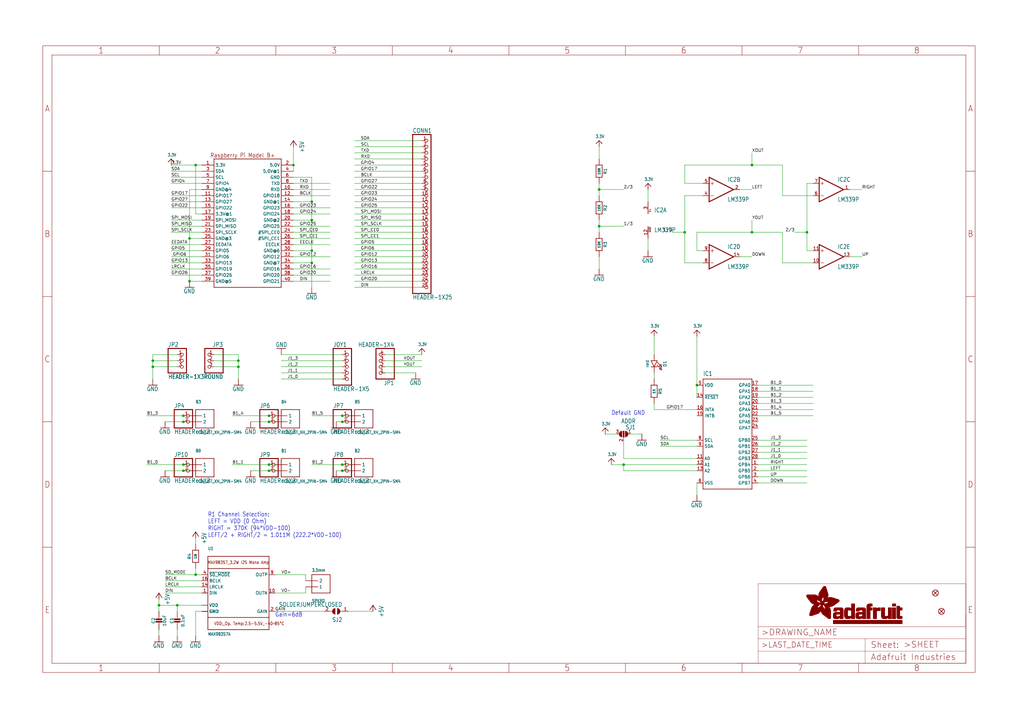
<source format=kicad_sch>
(kicad_sch (version 20211123) (generator eeschema)
  (paper "User" 425.45 299.161)
  (lib_symbols
    (symbol "eagleSchem-eagle-import:+5V" (power)
      (property "Value" "+5V" (at -2.54 -5.08 90))
      (symbol "+5V_1_0"
        (pin power_in line (at 0 -2.54 90) (length 2.54) (name "+5V") (number "1"))
      )
    )
    (symbol "eagleSchem-eagle-import:3.3V" (power)
      (property "Value" "3.3V" (at -1.524 1.016 0))
      (symbol "3.3V_1_0"
        (pin power_in line (at 0 -2.54 90) (length 2.54) (name "3.3V") (number "1"))
      )
    )
    (symbol "eagleSchem-eagle-import:AUDIOAMP_MAX98357"
      (property "Reference" "U" (at -12.7 17.78 0))
      (property "Value" "AUDIOAMP_MAX98357" (at -12.7 -17.78 0))
      (symbol "AUDIOAMP_MAX98357_1_0"
        (text "2.5-5.5V_-40~85°C" (at 2.54 -12.7 0) (effects (font (size 1.27 1.0795)) (justify left)))
        (text "MAX98357_3.2W I2S Mono Amp" (at 0 12.7 0) (effects (font (size 1.27 1.0795))))
        (text "VDD:_Op. Temp:" (at -10.16 -12.7 0) (effects (font (size 1.27 1.0795)) (justify left)))
        (pin bidirectional line (at -15.24 0 0) (length 2.54) (name "DIN") (number "1"))
        (pin output line (at 15.24 0 180) (length 2.54) (name "OUTN") (number "10"))
        (pin power_in line (at -15.24 -7.62 0) (length 2.54) (name "GND") (number "11"))
        (pin bidirectional line (at -15.24 2.54 0) (length 2.54) (name "LRCLK") (number "14"))
        (pin power_in line (at -15.24 -7.62 0) (length 2.54) (name "GND") (number "15"))
        (pin bidirectional line (at -15.24 5.08 0) (length 2.54) (name "BCLK") (number "16"))
        (pin bidirectional line (at 15.24 -7.62 180) (length 2.54) (name "GAIN") (number "2"))
        (pin power_in line (at -15.24 -7.62 0) (length 2.54) (name "GND") (number "3"))
        (pin bidirectional line (at -15.24 7.62 0) (length 2.54) (name "~{SD_MODE}") (number "4"))
        (pin power_in line (at -15.24 -5.08 0) (length 2.54) (name "VDD") (number "7"))
        (pin power_in line (at -15.24 -5.08 0) (length 2.54) (name "VDD") (number "8"))
        (pin output line (at 15.24 7.62 180) (length 2.54) (name "OUTP") (number "9"))
        (pin power_in line (at -15.24 -7.62 0) (length 2.54) (name "GND") (number "THERMAL"))
      )
    )
    (symbol "eagleSchem-eagle-import:CAP_CERAMIC0603_NO"
      (property "Reference" "C" (at -2.29 1.25 90))
      (property "Value" "CAP_CERAMIC0603_NO" (at 2.3 1.25 90))
      (symbol "CAP_CERAMIC0603_NO_1_0"
        (pin passive line (at 0 5.08 270) (length 2.54) (name "1") (number "1"))
        (pin passive line (at 0 -2.54 90) (length 2.54) (name "2") (number "2"))
      )
    )
    (symbol "eagleSchem-eagle-import:CAP_CERAMIC0805-NOOUTLINE"
      (property "Reference" "C" (at -2.29 1.25 90))
      (property "Value" "CAP_CERAMIC0805-NOOUTLINE" (at 2.3 1.25 90))
      (symbol "CAP_CERAMIC0805-NOOUTLINE_1_0"
        (pin passive line (at 0 5.08 270) (length 2.54) (name "1") (number "1"))
        (pin passive line (at 0 -2.54 90) (length 2.54) (name "2") (number "2"))
      )
    )
    (symbol "eagleSchem-eagle-import:CON_JST_XH_2PIN-SM4"
      (property "Reference" "X" (at -2.54 7.62 0))
      (property "Value" "CON_JST_XH_2PIN-SM4" (at -2.54 -5.08 0))
      (symbol "CON_JST_XH_2PIN-SM4_1_0"
        (pin passive line (at -5.08 2.54 0) (length 5.08) (name "1") (number "1"))
        (pin passive line (at -5.08 0 0) (length 5.08) (name "2") (number "2"))
      )
    )
    (symbol "eagleSchem-eagle-import:FIDUCIAL{dblquote}{dblquote}")
    (symbol "eagleSchem-eagle-import:FRAME_A3_ADAFRUIT"
      (symbol "FRAME_A3_ADAFRUIT_0_0"
        (text "1" (at 24.2094 1.905 0) (effects (font (size 2.54 2.286))))
        (text "1" (at 24.2094 258.445 0) (effects (font (size 2.54 2.286))))
        (text "2" (at 72.6281 1.905 0) (effects (font (size 2.54 2.286))))
        (text "2" (at 72.6281 258.445 0) (effects (font (size 2.54 2.286))))
        (text "3" (at 121.0469 1.905 0) (effects (font (size 2.54 2.286))))
        (text "3" (at 121.0469 258.445 0) (effects (font (size 2.54 2.286))))
        (text "4" (at 169.4656 1.905 0) (effects (font (size 2.54 2.286))))
        (text "4" (at 169.4656 258.445 0) (effects (font (size 2.54 2.286))))
        (text "5" (at 217.8844 1.905 0) (effects (font (size 2.54 2.286))))
        (text "5" (at 217.8844 258.445 0) (effects (font (size 2.54 2.286))))
        (text "6" (at 266.3031 1.905 0) (effects (font (size 2.54 2.286))))
        (text "6" (at 266.3031 258.445 0) (effects (font (size 2.54 2.286))))
        (text "7" (at 314.7219 1.905 0) (effects (font (size 2.54 2.286))))
        (text "7" (at 314.7219 258.445 0) (effects (font (size 2.54 2.286))))
        (text "8" (at 363.1406 1.905 0) (effects (font (size 2.54 2.286))))
        (text "8" (at 363.1406 258.445 0) (effects (font (size 2.54 2.286))))
        (text "A" (at 1.905 234.315 0) (effects (font (size 2.54 2.286))))
        (text "A" (at 385.445 234.315 0) (effects (font (size 2.54 2.286))))
        (text "B" (at 1.905 182.245 0) (effects (font (size 2.54 2.286))))
        (text "B" (at 385.445 182.245 0) (effects (font (size 2.54 2.286))))
        (text "C" (at 1.905 130.175 0) (effects (font (size 2.54 2.286))))
        (text "C" (at 385.445 130.175 0) (effects (font (size 2.54 2.286))))
        (text "D" (at 1.905 78.105 0) (effects (font (size 2.54 2.286))))
        (text "D" (at 385.445 78.105 0) (effects (font (size 2.54 2.286))))
        (text "E" (at 1.905 26.035 0) (effects (font (size 2.54 2.286))))
        (text "E" (at 385.445 26.035 0) (effects (font (size 2.54 2.286))))
      )
      (symbol "FRAME_A3_ADAFRUIT_1_0"
        (text ">DRAWING_NAME" (at 298.45 15.24 0) (effects (font (size 2.54 2.54)) (justify left bottom)))
        (text ">LAST_DATE_TIME" (at 298.45 10.16 0) (effects (font (size 2.286 2.286)) (justify left bottom)))
        (text ">SHEET" (at 357.505 10.16 0) (effects (font (size 2.54 2.54)) (justify left bottom)))
        (text "Adafruit Industries" (at 343.916 4.953 0) (effects (font (size 2.54 2.54)) (justify left bottom)))
        (text "Sheet:" (at 343.916 10.033 0) (effects (font (size 2.54 2.54)) (justify left bottom)))
      )
    )
    (symbol "eagleSchem-eagle-import:GND" (power)
      (property "Value" "GND" (at -2.54 -2.54 0))
      (symbol "GND_1_0"
        (pin power_in line (at 0 2.54 270) (length 2.54) (name "GND") (number "1"))
      )
    )
    (symbol "eagleSchem-eagle-import:HEADER-1X2"
      (property "Reference" "JP" (at -6.35 5.715 0))
      (property "Value" "HEADER-1X2" (at -6.35 -5.08 0))
      (symbol "HEADER-1X2_1_0"
        (pin passive inverted (at -2.54 2.54 0) (length 2.54) (name "1") (number "1"))
        (pin passive inverted (at -2.54 0 0) (length 2.54) (name "2") (number "2"))
      )
    )
    (symbol "eagleSchem-eagle-import:HEADER-1X25"
      (property "Reference" "CONN" (at -3.81 33.655 0))
      (property "Value" "HEADER-1X25" (at -3.81 -35.56 0))
      (symbol "HEADER-1X25_1_0"
        (pin passive inverted (at 0 30.48 0) (length 2.54) (name "1") (number "1"))
        (pin passive inverted (at 0 7.62 0) (length 2.54) (name "10") (number "10"))
        (pin passive inverted (at 0 5.08 0) (length 2.54) (name "11") (number "11"))
        (pin passive inverted (at 0 2.54 0) (length 2.54) (name "12") (number "12"))
        (pin passive inverted (at 0 0 0) (length 2.54) (name "13") (number "13"))
        (pin passive inverted (at 0 -2.54 0) (length 2.54) (name "14") (number "14"))
        (pin passive inverted (at 0 -5.08 0) (length 2.54) (name "15") (number "15"))
        (pin passive inverted (at 0 -7.62 0) (length 2.54) (name "16") (number "16"))
        (pin passive inverted (at 0 -10.16 0) (length 2.54) (name "17") (number "17"))
        (pin passive inverted (at 0 -12.7 0) (length 2.54) (name "18") (number "18"))
        (pin passive inverted (at 0 -15.24 0) (length 2.54) (name "19") (number "19"))
        (pin passive inverted (at 0 27.94 0) (length 2.54) (name "2") (number "2"))
        (pin passive inverted (at 0 -17.78 0) (length 2.54) (name "20") (number "20"))
        (pin passive inverted (at 0 -20.32 0) (length 2.54) (name "21") (number "21"))
        (pin passive inverted (at 0 -22.86 0) (length 2.54) (name "22") (number "22"))
        (pin passive inverted (at 0 -25.4 0) (length 2.54) (name "23") (number "23"))
        (pin passive inverted (at 0 -27.94 0) (length 2.54) (name "24") (number "24"))
        (pin passive inverted (at 0 -30.48 0) (length 2.54) (name "25") (number "25"))
        (pin passive inverted (at 0 25.4 0) (length 2.54) (name "3") (number "3"))
        (pin passive inverted (at 0 22.86 0) (length 2.54) (name "4") (number "4"))
        (pin passive inverted (at 0 20.32 0) (length 2.54) (name "5") (number "5"))
        (pin passive inverted (at 0 17.78 0) (length 2.54) (name "6") (number "6"))
        (pin passive inverted (at 0 15.24 0) (length 2.54) (name "7") (number "7"))
        (pin passive inverted (at 0 12.7 0) (length 2.54) (name "8") (number "8"))
        (pin passive inverted (at 0 10.16 0) (length 2.54) (name "9") (number "9"))
      )
    )
    (symbol "eagleSchem-eagle-import:HEADER-1X3ROUND"
      (property "Reference" "JP" (at -6.35 5.715 0))
      (property "Value" "HEADER-1X3ROUND" (at -6.35 -7.62 0))
      (symbol "HEADER-1X3ROUND_1_0"
        (pin passive inverted (at -2.54 2.54 0) (length 2.54) (name "1") (number "1"))
        (pin passive inverted (at -2.54 0 0) (length 2.54) (name "2") (number "2"))
        (pin passive inverted (at -2.54 -2.54 0) (length 2.54) (name "3") (number "3"))
      )
    )
    (symbol "eagleSchem-eagle-import:HEADER-1X4"
      (property "Reference" "JP" (at -6.35 8.255 0))
      (property "Value" "HEADER-1X4" (at -6.35 -7.62 0))
      (symbol "HEADER-1X4_1_0"
        (pin passive inverted (at -2.54 5.08 0) (length 2.54) (name "1") (number "1"))
        (pin passive inverted (at -2.54 2.54 0) (length 2.54) (name "2") (number "2"))
        (pin passive inverted (at -2.54 0 0) (length 2.54) (name "3") (number "3"))
        (pin passive inverted (at -2.54 -2.54 0) (length 2.54) (name "4") (number "4"))
      )
    )
    (symbol "eagleSchem-eagle-import:HEADER-1X5"
      (property "Reference" "JP" (at -6.35 8.255 0))
      (property "Value" "HEADER-1X5" (at -6.35 -10.16 0))
      (symbol "HEADER-1X5_1_0"
        (pin passive inverted (at -2.54 5.08 0) (length 2.54) (name "1") (number "1"))
        (pin passive inverted (at -2.54 2.54 0) (length 2.54) (name "2") (number "2"))
        (pin passive inverted (at -2.54 0 0) (length 2.54) (name "3") (number "3"))
        (pin passive inverted (at -2.54 -2.54 0) (length 2.54) (name "4") (number "4"))
        (pin passive inverted (at -2.54 -5.08 0) (length 2.54) (name "5") (number "5"))
      )
    )
    (symbol "eagleSchem-eagle-import:LED0805_NOOUTLINE"
      (property "Reference" "D" (at -1.27 4.445 0))
      (property "Value" "LED0805_NOOUTLINE" (at -1.27 -2.794 0))
      (symbol "LED0805_NOOUTLINE_1_0"
        (pin passive line (at -5.08 0 0) (length 2.54) (name "A") (number "A"))
        (pin passive line (at 2.54 0 180) (length 2.54) (name "C") (number "C"))
      )
    )
    (symbol "eagleSchem-eagle-import:LM339P"
      (property "Reference" "IC" (at 2.54 3.175 0))
      (property "Value" "LM339P" (at 2.54 -5.08 0))
      (symbol "LM339P_1_0"
        (text "GND" (at 1.27 -5.08 900) (effects (font (size 0.8128 0.6908)) (justify left bottom)))
        (text "V+" (at 1.27 3.175 900) (effects (font (size 0.8128 0.6908)) (justify left bottom)))
        (pin power_in line (at 0 -7.62 90) (length 5.08) (name "GND") (number "12"))
        (pin power_in line (at 0 7.62 270) (length 5.08) (name "V+") (number "3"))
      )
      (symbol "LM339P_2_0"
        (pin open_collector line (at 7.62 0 180) (length 2.54) (name "OUT") (number "2"))
        (pin input line (at -7.62 -2.54 0) (length 2.54) (name "-IN") (number "4"))
        (pin input line (at -7.62 2.54 0) (length 2.54) (name "+IN") (number "5"))
      )
      (symbol "LM339P_3_0"
        (pin open_collector line (at 7.62 0 180) (length 2.54) (name "OUT") (number "1"))
        (pin input line (at -7.62 -2.54 0) (length 2.54) (name "-IN") (number "6"))
        (pin input line (at -7.62 2.54 0) (length 2.54) (name "+IN") (number "7"))
      )
      (symbol "LM339P_4_0"
        (pin open_collector line (at 7.62 0 180) (length 2.54) (name "OUT") (number "14"))
        (pin input line (at -7.62 -2.54 0) (length 2.54) (name "-IN") (number "8"))
        (pin input line (at -7.62 2.54 0) (length 2.54) (name "+IN") (number "9"))
      )
      (symbol "LM339P_5_0"
        (pin input line (at -7.62 -2.54 0) (length 2.54) (name "-IN") (number "10"))
        (pin input line (at -7.62 2.54 0) (length 2.54) (name "+IN") (number "11"))
        (pin open_collector line (at 7.62 0 180) (length 2.54) (name "OUT") (number "13"))
      )
    )
    (symbol "eagleSchem-eagle-import:MCP23017ML"
      (property "Reference" "IC" (at -10.16 24.13 0))
      (property "Value" "MCP23017ML" (at -10.16 -25.4 0))
      (symbol "MCP23017ML_1_0"
        (pin bidirectional line (at 12.7 -12.7 180) (length 2.54) (name "GPB4") (number "1"))
        (pin input line (at -12.7 -10.16 0) (length 2.54) (name "A0") (number "11"))
        (pin input line (at -12.7 -12.7 0) (length 2.54) (name "A1") (number "12"))
        (pin input line (at -12.7 -15.24 0) (length 2.54) (name "A2") (number "13"))
        (pin input line (at -12.7 15.24 0) (length 2.54) (name "~{RESET}") (number "14"))
        (pin output line (at -12.7 7.62 0) (length 2.54) (name "INTB") (number "15"))
        (pin output line (at -12.7 10.16 0) (length 2.54) (name "INTA") (number "16"))
        (pin bidirectional line (at 12.7 20.32 180) (length 2.54) (name "GPA0") (number "17"))
        (pin bidirectional line (at 12.7 17.78 180) (length 2.54) (name "GPA1") (number "18"))
        (pin bidirectional line (at 12.7 15.24 180) (length 2.54) (name "GPA2") (number "19"))
        (pin bidirectional line (at 12.7 -15.24 180) (length 2.54) (name "GPB5") (number "2"))
        (pin bidirectional line (at 12.7 12.7 180) (length 2.54) (name "GPA3") (number "20"))
        (pin bidirectional line (at 12.7 10.16 180) (length 2.54) (name "GPA4") (number "21"))
        (pin bidirectional line (at 12.7 7.62 180) (length 2.54) (name "GPA5") (number "22"))
        (pin bidirectional line (at 12.7 5.08 180) (length 2.54) (name "GPA6") (number "23"))
        (pin bidirectional line (at 12.7 2.54 180) (length 2.54) (name "GPA7") (number "24"))
        (pin bidirectional line (at 12.7 -2.54 180) (length 2.54) (name "GPB0") (number "25"))
        (pin bidirectional line (at 12.7 -5.08 180) (length 2.54) (name "GPB1") (number "26"))
        (pin bidirectional line (at 12.7 -7.62 180) (length 2.54) (name "GPB2") (number "27"))
        (pin bidirectional line (at 12.7 -10.16 180) (length 2.54) (name "GPB3") (number "28"))
        (pin bidirectional line (at 12.7 -17.78 180) (length 2.54) (name "GPB6") (number "3"))
        (pin bidirectional line (at 12.7 -20.32 180) (length 2.54) (name "GPB7") (number "4"))
        (pin power_in line (at -12.7 20.32 0) (length 2.54) (name "VDD") (number "5"))
        (pin power_in line (at -12.7 -20.32 0) (length 2.54) (name "VSS") (number "6"))
        (pin input line (at -12.7 -2.54 0) (length 2.54) (name "SCL") (number "8"))
        (pin bidirectional line (at -12.7 -5.08 0) (length 2.54) (name "SDA") (number "9"))
      )
    )
    (symbol "eagleSchem-eagle-import:RASPBERRYPI_BPLUS_PHAT"
      (symbol "RASPBERRYPI_BPLUS_PHAT_1_0"
        (text "Raspberry Pi Model B+" (at 12.7 25.4 0) (effects (font (size 1.778 1.5113)) (justify right top)))
        (pin power_in line (at -17.78 20.32 0) (length 5.08) (name "3.3V") (number "1"))
        (pin bidirectional line (at 20.32 10.16 180) (length 5.08) (name "RXD") (number "10"))
        (pin bidirectional line (at -17.78 7.62 0) (length 5.08) (name "GPIO17") (number "11"))
        (pin bidirectional line (at 20.32 7.62 180) (length 5.08) (name "GPIO18") (number "12"))
        (pin bidirectional line (at -17.78 5.08 0) (length 5.08) (name "GPIO27") (number "13"))
        (pin power_in line (at 20.32 5.08 180) (length 5.08) (name "GND@1") (number "14"))
        (pin bidirectional line (at -17.78 2.54 0) (length 5.08) (name "GPIO22") (number "15"))
        (pin bidirectional line (at 20.32 2.54 180) (length 5.08) (name "GPIO23") (number "16"))
        (pin power_in line (at -17.78 0 0) (length 5.08) (name "3.3V@1") (number "17"))
        (pin bidirectional line (at 20.32 0 180) (length 5.08) (name "GPIO24") (number "18"))
        (pin bidirectional line (at -17.78 -2.54 0) (length 5.08) (name "SPI_MOSI") (number "19"))
        (pin power_in line (at 20.32 20.32 180) (length 5.08) (name "5.0V") (number "2"))
        (pin power_in line (at 20.32 -2.54 180) (length 5.08) (name "GND@2") (number "20"))
        (pin bidirectional line (at -17.78 -5.08 0) (length 5.08) (name "SPI_MISO") (number "21"))
        (pin bidirectional line (at 20.32 -5.08 180) (length 5.08) (name "GPIO25") (number "22"))
        (pin bidirectional line (at -17.78 -7.62 0) (length 5.08) (name "SPI_SCLK") (number "23"))
        (pin bidirectional line (at 20.32 -7.62 180) (length 5.08) (name "#SPI_CE0") (number "24"))
        (pin power_in line (at -17.78 -10.16 0) (length 5.08) (name "GND@3") (number "25"))
        (pin bidirectional line (at 20.32 -10.16 180) (length 5.08) (name "#SPI_CE1") (number "26"))
        (pin bidirectional line (at -17.78 -12.7 0) (length 5.08) (name "EEDATA") (number "27"))
        (pin bidirectional line (at 20.32 -12.7 180) (length 5.08) (name "EECLK") (number "28"))
        (pin bidirectional line (at -17.78 -15.24 0) (length 5.08) (name "GPIO5") (number "29"))
        (pin bidirectional line (at -17.78 17.78 0) (length 5.08) (name "SDA") (number "3"))
        (pin power_in line (at 20.32 -15.24 180) (length 5.08) (name "GND@6") (number "30"))
        (pin bidirectional line (at -17.78 -17.78 0) (length 5.08) (name "GPIO6") (number "31"))
        (pin bidirectional line (at 20.32 -17.78 180) (length 5.08) (name "GPIO12") (number "32"))
        (pin bidirectional line (at -17.78 -20.32 0) (length 5.08) (name "GPIO13") (number "33"))
        (pin power_in line (at 20.32 -20.32 180) (length 5.08) (name "GND@7") (number "34"))
        (pin bidirectional line (at -17.78 -22.86 0) (length 5.08) (name "GPIO19") (number "35"))
        (pin bidirectional line (at 20.32 -22.86 180) (length 5.08) (name "GPIO16") (number "36"))
        (pin bidirectional line (at -17.78 -25.4 0) (length 5.08) (name "GPIO26") (number "37"))
        (pin bidirectional line (at 20.32 -25.4 180) (length 5.08) (name "GPIO20") (number "38"))
        (pin power_in line (at -17.78 -27.94 0) (length 5.08) (name "GND@5") (number "39"))
        (pin power_in line (at 20.32 17.78 180) (length 5.08) (name "5.0V@1") (number "4"))
        (pin bidirectional line (at 20.32 -27.94 180) (length 5.08) (name "GPIO21") (number "40"))
        (pin bidirectional line (at -17.78 15.24 0) (length 5.08) (name "SCL") (number "5"))
        (pin power_in line (at 20.32 15.24 180) (length 5.08) (name "GND") (number "6"))
        (pin bidirectional line (at -17.78 12.7 0) (length 5.08) (name "GPIO4") (number "7"))
        (pin bidirectional line (at 20.32 12.7 180) (length 5.08) (name "TXD") (number "8"))
        (pin power_in line (at -17.78 10.16 0) (length 5.08) (name "GND@4") (number "9"))
      )
    )
    (symbol "eagleSchem-eagle-import:RESISTOR0805_10MGAP"
      (property "Reference" "R" (at 0 2.54 0))
      (property "Value" "RESISTOR0805_10MGAP" (at 0 0 0))
      (symbol "RESISTOR0805_10MGAP_1_0"
        (pin passive line (at -5.08 0 0) (length 2.54) (name "1") (number "1"))
        (pin passive line (at 5.08 0 180) (length 2.54) (name "2") (number "2"))
      )
    )
    (symbol "eagleSchem-eagle-import:RESISTOR0805_NOOUTLINE"
      (property "Reference" "R" (at 0 2.54 0))
      (property "Value" "RESISTOR0805_NOOUTLINE" (at 0 0 0))
      (symbol "RESISTOR0805_NOOUTLINE_1_0"
        (pin passive line (at -5.08 0 0) (length 2.54) (name "1") (number "1"))
        (pin passive line (at 5.08 0 180) (length 2.54) (name "2") (number "2"))
      )
    )
    (symbol "eagleSchem-eagle-import:RESISTOR_0603_NOOUT"
      (property "Reference" "R" (at 0 2.54 0))
      (property "Value" "RESISTOR_0603_NOOUT" (at 0 0 0))
      (symbol "RESISTOR_0603_NOOUT_1_0"
        (pin passive line (at -5.08 0 0) (length 2.54) (name "1") (number "1"))
        (pin passive line (at 5.08 0 180) (length 2.54) (name "2") (number "2"))
      )
    )
    (symbol "eagleSchem-eagle-import:SOLDERJUMPERCLOSED"
      (property "Reference" "SJ" (at -2.54 2.54 0))
      (property "Value" "SOLDERJUMPERCLOSED" (at -2.54 -3.81 0))
      (symbol "SOLDERJUMPERCLOSED_1_0"
        (pin passive line (at -5.08 0 0) (length 2.54) (name "1") (number "1"))
        (pin passive line (at 5.08 0 180) (length 2.54) (name "2") (number "2"))
      )
    )
    (symbol "eagleSchem-eagle-import:SOLDERJUMPER_2WAY"
      (property "Reference" "SJ" (at -5.08 -3.81 0))
      (property "Value" "SOLDERJUMPER_2WAY" (at -5.08 -6.35 0))
      (symbol "SOLDERJUMPER_2WAY_1_0"
        (pin passive line (at -2.54 0 0) (length 0) (name "1") (number "1"))
        (pin passive line (at 0 2.54 270) (length 0) (name "2") (number "2"))
        (pin passive line (at 2.54 0 180) (length 0) (name "3") (number "3"))
      )
    )
    (symbol "eagleSchem-eagle-import:TERMBLOCK_1X2"
      (property "Reference" "X" (at -2.54 7.62 0))
      (property "Value" "TERMBLOCK_1X2" (at -2.54 -5.08 0))
      (symbol "TERMBLOCK_1X2_1_0"
        (pin passive line (at -5.08 2.54 0) (length 5.08) (name "1") (number "1"))
        (pin passive line (at -5.08 0 0) (length 5.08) (name "2") (number "2"))
      )
    )
  )
  (junction (at 76.2 193.04))
  (junction (at 111.76 175.26))
  (junction (at 142.24 172.72))
  (junction (at 142.24 175.26))
  (junction (at 312.42 96.52))
  (junction (at 284.48 96.52))
  (junction (at 99.06 149.86))
  (junction (at 111.76 172.72))
  (junction (at 289.56 160.02))
  (junction (at 76.2 172.72))
  (junction (at 335.28 96.52))
  (junction (at 129.54 109.22))
  (junction (at 66.04 251.46))
  (junction (at 111.76 193.04))
  (junction (at 248.92 78.74))
  (junction (at 63.5 152.4))
  (junction (at 63.5 149.86))
  (junction (at 111.76 195.58))
  (junction (at 76.2 195.58))
  (junction (at 142.24 195.58))
  (junction (at 73.66 251.46))
  (junction (at 78.74 116.84))
  (junction (at 259.08 193.04))
  (junction (at 312.42 68.58))
  (junction (at 81.28 68.58))
  (junction (at 78.74 99.06))
  (junction (at 142.24 193.04))
  (junction (at 81.28 238.76))
  (junction (at 129.54 83.82))
  (junction (at 76.2 175.26))
  (junction (at 99.06 152.4))
  (junction (at 121.92 68.58))
  (junction (at 248.92 93.98))
  (junction (at 129.54 104.14))
  (junction (at 129.54 91.44))
  (wire (pts (xy 147.32 114.3) (xy 175.26 114.3)))
  (wire (pts (xy 78.74 99.06) (xy 78.74 78.74)))
  (wire (pts (xy 63.5 152.4) (xy 63.5 149.86)))
  (wire (pts (xy 314.96 165.1) (xy 337.82 165.1)))
  (wire (pts (xy 284.48 76.2) (xy 284.48 68.58)))
  (wire (pts (xy 66.04 254) (xy 66.04 251.46)))
  (wire (pts (xy 312.42 63.5) (xy 312.42 68.58)))
  (wire (pts (xy 289.56 195.58) (xy 259.08 195.58)))
  (wire (pts (xy 121.92 109.22) (xy 129.54 109.22)))
  (wire (pts (xy 314.96 172.72) (xy 337.82 172.72)))
  (wire (pts (xy 83.82 238.76) (xy 81.28 238.76)))
  (wire (pts (xy 248.92 78.74) (xy 248.92 81.28)))
  (wire (pts (xy 99.06 149.86) (xy 99.06 147.32)))
  (wire (pts (xy 99.06 152.4) (xy 99.06 149.86)))
  (wire (pts (xy 147.32 119.38) (xy 175.26 119.38)))
  (wire (pts (xy 284.48 109.22) (xy 292.1 109.22)))
  (wire (pts (xy 121.92 116.84) (xy 137.16 116.84)))
  (wire (pts (xy 99.06 147.32) (xy 88.9 147.32)))
  (wire (pts (xy 83.82 71.12) (xy 71.12 71.12)))
  (wire (pts (xy 121.92 76.2) (xy 137.16 76.2)))
  (wire (pts (xy 353.06 106.68) (xy 358.14 106.68)))
  (wire (pts (xy 129.54 104.14) (xy 129.54 109.22)))
  (wire (pts (xy 71.12 104.14) (xy 83.82 104.14)))
  (wire (pts (xy 312.42 68.58) (xy 325.12 68.58)))
  (wire (pts (xy 68.58 175.26) (xy 76.2 175.26)))
  (wire (pts (xy 71.12 114.3) (xy 83.82 114.3)))
  (wire (pts (xy 312.42 91.44) (xy 312.42 96.52)))
  (wire (pts (xy 160.02 147.32) (xy 175.26 147.32)))
  (wire (pts (xy 71.12 106.68) (xy 83.82 106.68)))
  (wire (pts (xy 83.82 81.28) (xy 71.12 81.28)))
  (wire (pts (xy 83.82 251.46) (xy 73.66 251.46)))
  (wire (pts (xy 274.32 185.42) (xy 289.56 185.42)))
  (wire (pts (xy 121.92 104.14) (xy 129.54 104.14)))
  (wire (pts (xy 78.74 172.72) (xy 76.2 172.72)))
  (wire (pts (xy 330.2 96.52) (xy 335.28 96.52)))
  (wire (pts (xy 147.32 99.06) (xy 175.26 99.06)))
  (wire (pts (xy 142.24 149.86) (xy 116.84 149.86)))
  (wire (pts (xy 142.24 195.58) (xy 139.7 195.58)))
  (wire (pts (xy 83.82 68.58) (xy 81.28 68.58)))
  (wire (pts (xy 325.12 109.22) (xy 337.82 109.22)))
  (wire (pts (xy 116.84 147.32) (xy 142.24 147.32)))
  (wire (pts (xy 83.82 73.66) (xy 71.12 73.66)))
  (wire (pts (xy 81.28 254) (xy 81.28 264.16)))
  (wire (pts (xy 147.32 88.9) (xy 175.26 88.9)))
  (wire (pts (xy 325.12 68.58) (xy 325.12 81.28)))
  (wire (pts (xy 259.08 195.58) (xy 259.08 193.04)))
  (wire (pts (xy 116.84 154.94) (xy 142.24 154.94)))
  (wire (pts (xy 63.5 149.86) (xy 63.5 147.32)))
  (wire (pts (xy 114.3 195.58) (xy 111.76 195.58)))
  (wire (pts (xy 175.26 106.68) (xy 147.32 106.68)))
  (wire (pts (xy 314.96 200.66) (xy 335.28 200.66)))
  (wire (pts (xy 289.56 165.1) (xy 289.56 160.02)))
  (wire (pts (xy 111.76 193.04) (xy 96.52 193.04)))
  (wire (pts (xy 121.92 101.6) (xy 137.16 101.6)))
  (wire (pts (xy 175.26 91.44) (xy 147.32 91.44)))
  (wire (pts (xy 68.58 195.58) (xy 76.2 195.58)))
  (wire (pts (xy 78.74 193.04) (xy 76.2 193.04)))
  (wire (pts (xy 269.24 78.74) (xy 269.24 83.82)))
  (wire (pts (xy 271.78 154.94) (xy 271.78 157.48)))
  (wire (pts (xy 121.92 86.36) (xy 137.16 86.36)))
  (wire (pts (xy 121.92 111.76) (xy 137.16 111.76)))
  (wire (pts (xy 81.28 88.9) (xy 81.28 68.58)))
  (wire (pts (xy 71.12 83.82) (xy 83.82 83.82)))
  (wire (pts (xy 284.48 96.52) (xy 284.48 109.22)))
  (wire (pts (xy 335.28 104.14) (xy 337.82 104.14)))
  (wire (pts (xy 325.12 81.28) (xy 337.82 81.28)))
  (wire (pts (xy 71.12 111.76) (xy 83.82 111.76)))
  (wire (pts (xy 83.82 101.6) (xy 71.12 101.6)))
  (wire (pts (xy 314.96 187.96) (xy 335.28 187.96)))
  (wire (pts (xy 127 246.38) (xy 127 243.84)))
  (wire (pts (xy 147.32 71.12) (xy 175.26 71.12)))
  (wire (pts (xy 248.92 60.96) (xy 248.92 66.04)))
  (wire (pts (xy 271.78 167.64) (xy 271.78 170.18)))
  (wire (pts (xy 175.26 96.52) (xy 147.32 96.52)))
  (wire (pts (xy 335.28 195.58) (xy 314.96 195.58)))
  (wire (pts (xy 147.32 78.74) (xy 175.26 78.74)))
  (wire (pts (xy 284.48 96.52) (xy 279.4 96.52)))
  (wire (pts (xy 73.66 149.86) (xy 63.5 149.86)))
  (wire (pts (xy 292.1 104.14) (xy 289.56 104.14)))
  (wire (pts (xy 337.82 76.2) (xy 335.28 76.2)))
  (wire (pts (xy 175.26 111.76) (xy 147.32 111.76)))
  (wire (pts (xy 83.82 254) (xy 81.28 254)))
  (wire (pts (xy 142.24 157.48) (xy 116.84 157.48)))
  (wire (pts (xy 81.28 88.9) (xy 83.82 88.9)))
  (wire (pts (xy 142.24 193.04) (xy 129.54 193.04)))
  (wire (pts (xy 76.2 193.04) (xy 60.96 193.04)))
  (wire (pts (xy 147.32 60.96) (xy 175.26 60.96)))
  (wire (pts (xy 248.92 91.44) (xy 248.92 93.98)))
  (wire (pts (xy 289.56 205.74) (xy 289.56 200.66)))
  (wire (pts (xy 121.92 71.12) (xy 121.92 68.58)))
  (wire (pts (xy 289.56 182.88) (xy 274.32 182.88)))
  (wire (pts (xy 144.78 193.04) (xy 142.24 193.04)))
  (wire (pts (xy 83.82 86.36) (xy 71.12 86.36)))
  (wire (pts (xy 121.92 106.68) (xy 137.16 106.68)))
  (wire (pts (xy 147.32 93.98) (xy 175.26 93.98)))
  (wire (pts (xy 121.92 81.28) (xy 137.16 81.28)))
  (wire (pts (xy 289.56 139.7) (xy 289.56 160.02)))
  (wire (pts (xy 314.96 167.64) (xy 337.82 167.64)))
  (wire (pts (xy 160.02 149.86) (xy 175.26 149.86)))
  (wire (pts (xy 129.54 109.22) (xy 129.54 119.38)))
  (wire (pts (xy 66.04 261.62) (xy 66.04 264.16)))
  (wire (pts (xy 73.66 152.4) (xy 63.5 152.4)))
  (wire (pts (xy 335.28 96.52) (xy 335.28 104.14)))
  (wire (pts (xy 139.7 175.26) (xy 142.24 175.26)))
  (wire (pts (xy 76.2 175.26) (xy 78.74 175.26)))
  (wire (pts (xy 259.08 193.04) (xy 254 193.04)))
  (wire (pts (xy 314.96 160.02) (xy 337.82 160.02)))
  (wire (pts (xy 66.04 251.46) (xy 66.04 248.92)))
  (wire (pts (xy 248.92 93.98) (xy 248.92 96.52)))
  (wire (pts (xy 269.24 99.06) (xy 269.24 104.14)))
  (wire (pts (xy 312.42 96.52) (xy 325.12 96.52)))
  (wire (pts (xy 73.66 261.62) (xy 73.66 264.16)))
  (wire (pts (xy 259.08 190.5) (xy 289.56 190.5)))
  (wire (pts (xy 259.08 93.98) (xy 248.92 93.98)))
  (wire (pts (xy 147.32 109.22) (xy 175.26 109.22)))
  (wire (pts (xy 271.78 147.32) (xy 271.78 139.7)))
  (wire (pts (xy 175.26 101.6) (xy 147.32 101.6)))
  (wire (pts (xy 81.28 238.76) (xy 81.28 236.22)))
  (wire (pts (xy 175.26 68.58) (xy 147.32 68.58)))
  (wire (pts (xy 314.96 193.04) (xy 335.28 193.04)))
  (wire (pts (xy 175.26 76.2) (xy 147.32 76.2)))
  (wire (pts (xy 144.78 254) (xy 154.94 254)))
  (wire (pts (xy 289.56 170.18) (xy 271.78 170.18)))
  (wire (pts (xy 83.82 243.84) (xy 68.58 243.84)))
  (wire (pts (xy 142.24 152.4) (xy 116.84 152.4)))
  (wire (pts (xy 127 238.76) (xy 127 241.3)))
  (wire (pts (xy 142.24 172.72) (xy 144.78 172.72)))
  (wire (pts (xy 259.08 78.74) (xy 248.92 78.74)))
  (wire (pts (xy 121.92 96.52) (xy 137.16 96.52)))
  (wire (pts (xy 259.08 190.5) (xy 259.08 182.88)))
  (wire (pts (xy 83.82 246.38) (xy 68.58 246.38)))
  (wire (pts (xy 78.74 99.06) (xy 83.82 99.06)))
  (wire (pts (xy 256.54 180.34) (xy 251.46 180.34)))
  (wire (pts (xy 129.54 73.66) (xy 129.54 83.82)))
  (wire (pts (xy 121.92 73.66) (xy 129.54 73.66)))
  (wire (pts (xy 73.66 251.46) (xy 66.04 251.46)))
  (wire (pts (xy 88.9 152.4) (xy 99.06 152.4)))
  (wire (pts (xy 292.1 76.2) (xy 284.48 76.2)))
  (wire (pts (xy 175.26 81.28) (xy 147.32 81.28)))
  (wire (pts (xy 73.66 254) (xy 73.66 251.46)))
  (wire (pts (xy 289.56 104.14) (xy 289.56 96.52)))
  (wire (pts (xy 83.82 241.3) (xy 68.58 241.3)))
  (wire (pts (xy 175.26 58.42) (xy 147.32 58.42)))
  (wire (pts (xy 248.92 106.68) (xy 248.92 111.76)))
  (wire (pts (xy 248.92 76.2) (xy 248.92 78.74)))
  (wire (pts (xy 261.62 180.34) (xy 266.7 180.34)))
  (wire (pts (xy 147.32 104.14) (xy 175.26 104.14)))
  (wire (pts (xy 284.48 68.58) (xy 312.42 68.58)))
  (wire (pts (xy 314.96 162.56) (xy 337.82 162.56)))
  (wire (pts (xy 160.02 154.94) (xy 172.72 154.94)))
  (wire (pts (xy 314.96 185.42) (xy 335.28 185.42)))
  (wire (pts (xy 114.3 193.04) (xy 111.76 193.04)))
  (wire (pts (xy 71.12 93.98) (xy 83.82 93.98)))
  (wire (pts (xy 83.82 116.84) (xy 78.74 116.84)))
  (wire (pts (xy 147.32 83.82) (xy 175.26 83.82)))
  (wire (pts (xy 121.92 68.58) (xy 121.92 60.96)))
  (wire (pts (xy 137.16 78.74) (xy 121.92 78.74)))
  (wire (pts (xy 104.14 175.26) (xy 111.76 175.26)))
  (wire (pts (xy 114.3 254) (xy 134.62 254)))
  (wire (pts (xy 99.06 152.4) (xy 99.06 157.48)))
  (wire (pts (xy 144.78 195.58) (xy 142.24 195.58)))
  (wire (pts (xy 121.92 93.98) (xy 137.16 93.98)))
  (wire (pts (xy 111.76 195.58) (xy 104.14 195.58)))
  (wire (pts (xy 81.28 238.76) (xy 68.58 238.76)))
  (wire (pts (xy 71.12 109.22) (xy 83.82 109.22)))
  (wire (pts (xy 71.12 91.44) (xy 83.82 91.44)))
  (wire (pts (xy 353.06 78.74) (xy 358.14 78.74)))
  (wire (pts (xy 76.2 172.72) (xy 60.96 172.72)))
  (wire (pts (xy 314.96 170.18) (xy 337.82 170.18)))
  (wire (pts (xy 114.3 246.38) (xy 127 246.38)))
  (wire (pts (xy 121.92 88.9) (xy 137.16 88.9)))
  (wire (pts (xy 314.96 190.5) (xy 335.28 190.5)))
  (wire (pts (xy 175.26 116.84) (xy 147.32 116.84)))
  (wire (pts (xy 335.28 76.2) (xy 335.28 96.52)))
  (wire (pts (xy 292.1 81.28) (xy 284.48 81.28)))
  (wire (pts (xy 129.54 172.72) (xy 142.24 172.72)))
  (wire (pts (xy 111.76 172.72) (xy 114.3 172.72)))
  (wire (pts (xy 71.12 96.52) (xy 83.82 96.52)))
  (wire (pts (xy 78.74 99.06) (xy 78.74 116.84)))
  (wire (pts (xy 175.26 63.5) (xy 147.32 63.5)))
  (wire (pts (xy 147.32 73.66) (xy 175.26 73.66)))
  (wire (pts (xy 111.76 175.26) (xy 114.3 175.26)))
  (wire (pts (xy 81.28 226.06) (xy 81.28 223.52)))
  (wire (pts (xy 259.08 193.04) (xy 289.56 193.04)))
  (wire (pts (xy 335.28 198.12) (xy 314.96 198.12)))
  (wire (pts (xy 88.9 149.86) (xy 99.06 149.86)))
  (wire (pts (xy 129.54 83.82) (xy 129.54 91.44)))
  (wire (pts (xy 284.48 81.28) (xy 284.48 96.52)))
  (wire (pts (xy 129.54 91.44) (xy 129.54 104.14)))
  (wire (pts (xy 289.56 96.52) (xy 312.42 96.52)))
  (wire (pts (xy 63.5 152.4) (xy 63.5 157.48)))
  (wire (pts (xy 175.26 152.4) (xy 160.02 152.4)))
  (wire (pts (xy 83.82 76.2) (xy 71.12 76.2)))
  (wire (pts (xy 307.34 106.68) (xy 312.42 106.68)))
  (wire (pts (xy 314.96 182.88) (xy 335.28 182.88)))
  (wire (pts (xy 114.3 238.76) (xy 127 238.76)))
  (wire (pts (xy 76.2 195.58) (xy 78.74 195.58)))
  (wire (pts (xy 63.5 147.32) (xy 73.66 147.32)))
  (wire (pts (xy 81.28 68.58) (xy 71.12 68.58)))
  (wire (pts (xy 147.32 66.04) (xy 175.26 66.04)))
  (wire (pts (xy 78.74 78.74) (xy 83.82 78.74)))
  (wire (pts (xy 96.52 172.72) (xy 111.76 172.72)))
  (wire (pts (xy 142.24 175.26) (xy 144.78 175.26)))
  (wire (pts (xy 325.12 96.52) (xy 325.12 109.22)))
  (wire (pts (xy 121.92 114.3) (xy 137.16 114.3)))
  (wire (pts (xy 121.92 83.82) (xy 129.54 83.82)))
  (wire (pts (xy 121.92 99.06) (xy 137.16 99.06)))
  (wire (pts (xy 175.26 86.36) (xy 147.32 86.36)))
  (wire (pts (xy 121.92 91.44) (xy 129.54 91.44)))
  (wire (pts (xy 307.34 78.74) (xy 312.42 78.74)))
  (text "Default GND" (at 254 172.72 180) (effects (font (size 1.778 1.5113)) (justify left bottom)))
  (text "Gain=6dB" (at 114.3 256.54 180) (effects (font (size 1.778 1.5113)) (justify left bottom)))
  (text "R1 Channel Selection:\nLEFT = VDD (0 Ohm)\nRIGHT = 370K (94*VDD-100)\nLEFT/2 + RIGHT/2 = 1.011M (222.2*VDD-100)" (at 86.36 223.52 0) (effects (font (size 1.778 1.5113)) (justify left bottom)))
  (label "SPI_CE0" (at 124.46 96.52 0) (effects (font (size 1.2446 1.2446))))
  (label "GPIO17" (at 149.86 71.12 0) (effects (font (size 1.2446 1.2446))))
  (label "RXD" (at 149.86 66.04 0) (effects (font (size 1.2446 1.2446))))
  (label "GPIO6" (at 149.86 104.14 0) (effects (font (size 1.2446 1.2446))))
  (label "LEFT" (at 320.04 195.58 0) (effects (font (size 1.2446 1.2446))))
  (label "GPIO23" (at 124.46 86.36 0) (effects (font (size 1.2446 1.2446))))
  (label "EEDATA" (at 71.12 101.6 0) (effects (font (size 1.2446 1.2446))))
  (label "GPIO13" (at 149.86 109.22 0) (effects (font (size 1.2446 1.2446))))
  (label "DIN" (at 149.86 119.38 0) (effects (font (size 1.2446 1.2446))))
  (label "GPIO6" (at 71.755 106.68 0) (effects (font (size 1.2446 1.2446))))
  (label "B1_0" (at 320.04 160.02 0) (effects (font (size 1.2446 1.2446))))
  (label "VO+" (at 116.84 238.76 0) (effects (font (size 1.2446 1.2446))))
  (label "J1_1" (at 320.04 187.96 0) (effects (font (size 1.2446 1.2446))))
  (label "3.3V" (at 71.12 68.58 0) (effects (font (size 1.2446 1.2446))))
  (label "SDA" (at 274.32 185.42 0) (effects (font (size 1.2446 1.2446))))
  (label "GPIO5" (at 149.86 101.6 0) (effects (font (size 1.2446 1.2446))))
  (label "XOUT" (at 312.42 63.5 0) (effects (font (size 1.2446 1.2446))))
  (label "BCLK" (at 68.58 241.3 0) (effects (font (size 1.2446 1.2446))))
  (label "GPIO12" (at 149.86 106.68 0) (effects (font (size 1.2446 1.2446))))
  (label "GPIO26" (at 71.12 114.3 0) (effects (font (size 1.2446 1.2446))))
  (label "YOUT" (at 167.64 152.4 0) (effects (font (size 1.2446 1.2446))))
  (label "B1_4" (at 96.52 172.72 0) (effects (font (size 1.2446 1.2446))))
  (label "J1_2" (at 320.04 185.42 0) (effects (font (size 1.2446 1.2446))))
  (label "B1_5" (at 129.54 172.72 0) (effects (font (size 1.2446 1.2446))))
  (label "SD_MODE" (at 68.58 238.76 0) (effects (font (size 1.2446 1.2446))))
  (label "LRCLK" (at 68.58 243.84 0) (effects (font (size 1.2446 1.2446))))
  (label "B1_4" (at 320.04 170.18 0) (effects (font (size 1.2446 1.2446))))
  (label "SPI_MOSI" (at 71.12 91.44 0) (effects (font (size 1.2446 1.2446))))
  (label "J1_3" (at 320.04 182.88 0) (effects (font (size 1.2446 1.2446))))
  (label "1/3" (at 279.4 96.52 180) (effects (font (size 1.2446 1.2446))))
  (label "VO-" (at 116.84 246.38 0) (effects (font (size 1.2446 1.2446))))
  (label "GPIO24" (at 124.46 88.9 0) (effects (font (size 1.2446 1.2446))))
  (label "GPIO24" (at 149.86 83.82 0) (effects (font (size 1.2446 1.2446))))
  (label "SPI_MISO" (at 71.12 93.98 0) (effects (font (size 1.2446 1.2446))))
  (label "2/3" (at 259.08 78.74 0) (effects (font (size 1.2446 1.2446))))
  (label "EECLK" (at 124.46 101.6 0) (effects (font (size 1.2446 1.2446))))
  (label "GPIO4" (at 71.12 76.2 0) (effects (font (size 1.2446 1.2446))))
  (label "SPI_CE0" (at 149.86 96.52 0) (effects (font (size 1.2446 1.2446))))
  (label "GPIO20" (at 149.86 116.84 0) (effects (font (size 1.2446 1.2446))))
  (label "DIN" (at 124.46 116.84 0) (effects (font (size 1.2446 1.2446))))
  (label "GPIO5" (at 71.12 104.14 0) (effects (font (size 1.2446 1.2446))))
  (label "RXD" (at 124.46 78.74 0) (effects (font (size 1.2446 1.2446))))
  (label "RIGHT" (at 358.14 78.74 0) (effects (font (size 1.2446 1.2446))))
  (label "SPI_MOSI" (at 149.86 88.9 0) (effects (font (size 1.2446 1.2446))))
  (label "SPI_MISO" (at 149.86 91.44 0) (effects (font (size 1.2446 1.2446))))
  (label "RIGHT" (at 320.04 193.04 0) (effects (font (size 1.2446 1.2446))))
  (label "DIN" (at 68.58 246.38 0) (effects (font (size 1.2446 1.2446))))
  (label "UP" (at 320.04 198.12 0) (effects (font (size 1.2446 1.2446))))
  (label "B1_3" (at 320.04 167.64 0) (effects (font (size 1.2446 1.2446))))
  (label "YOUT" (at 312.42 91.44 0) (effects (font (size 1.2446 1.2446))))
  (label "1/3" (at 259.08 93.98 0) (effects (font (size 1.2446 1.2446))))
  (label "GPIO25" (at 124.46 93.98 0) (effects (font (size 1.2446 1.2446))))
  (label "LRCLK" (at 149.86 114.3 0) (effects (font (size 1.2446 1.2446))))
  (label "UP" (at 358.14 106.68 0) (effects (font (size 1.2446 1.2446))))
  (label "TXD" (at 124.46 76.2 0) (effects (font (size 1.2446 1.2446))))
  (label "LRCLK" (at 71.12 111.76 0) (effects (font (size 1.2446 1.2446))))
  (label "J1_0" (at 119.38 157.48 0) (effects (font (size 1.2446 1.2446))))
  (label "SCL" (at 71.12 73.66 0) (effects (font (size 1.2446 1.2446))))
  (label "J1_3" (at 119.38 149.86 0) (effects (font (size 1.2446 1.2446))))
  (label "GPIO17" (at 71.12 81.28 0) (effects (font (size 1.2446 1.2446))))
  (label "GPIO13" (at 71.12 109.22 0) (effects (font (size 1.2446 1.2446))))
  (label "SCL" (at 149.86 60.96 0) (effects (font (size 1.2446 1.2446))))
  (label "SPI_CE1" (at 124.46 99.06 0) (effects (font (size 1.2446 1.2446))))
  (label "DOWN" (at 320.04 200.66 0) (effects (font (size 1.2446 1.2446))))
  (label "B1_2" (at 320.04 165.1 0) (effects (font (size 1.2446 1.2446))))
  (label "GPIO12" (at 124.46 106.68 0) (effects (font (size 1.2446 1.2446))))
  (label "GPIO16" (at 149.86 111.76 0) (effects (font (size 1.2446 1.2446))))
  (label "GPIO25" (at 149.86 86.36 0) (effects (font (size 1.2446 1.2446))))
  (label "BCLK" (at 124.46 81.28 0) (effects (font (size 1.2446 1.2446))))
  (label "SCL" (at 274.32 182.88 0) (effects (font (size 1.2446 1.2446))))
  (label "B1_0" (at 60.96 193.04 0) (effects (font (size 1.2446 1.2446))))
  (label "GPIO22" (at 149.86 78.74 0) (effects (font (size 1.2446 1.2446))))
  (label "J1_1" (at 119.38 154.94 0) (effects (font (size 1.2446 1.2446))))
  (label "GPIO27" (at 149.86 76.2 0) (effects (font (size 1.2446 1.2446))))
  (label "GPIO4" (at 149.86 68.58 0) (effects (font (size 1.2446 1.2446))))
  (label "J1_0" (at 320.04 190.5 0) (effects (font (size 1.2446 1.2446))))
  (label "B1_3" (at 60.96 172.72 0) (effects (font (size 1.2446 1.2446))))
  (label "B1_2" (at 129.54 193.04 0) (effects (font (size 1.2446 1.2446))))
  (label "J1_2" (at 119.38 152.4 0) (effects (font (size 1.2446 1.2446))))
  (label "SPI_SCLK" (at 149.86 93.98 0) (effects (font (size 1.2446 1.2446))))
  (label "DOWN" (at 312.42 106.68 0) (effects (font (size 1.2446 1.2446))))
  (label "XOUT" (at 167.64 149.86 0) (effects (font (size 1.2446 1.2446))))
  (label "SPI_CE1" (at 149.86 99.06 0) (effects (font (size 1.2446 1.2446))))
  (label "GPIO16" (at 124.46 111.76 0) (effects (font (size 1.2446 1.2446))))
  (label "SDA" (at 149.86 58.42 0) (effects (font (size 1.2446 1.2446))))
  (label "B1_5" (at 320.04 172.72 0) (effects (font (size 1.2446 1.2446))))
  (label "B1_1" (at 320.04 162.56 0) (effects (font (size 1.2446 1.2446))))
  (label "TXD" (at 149.86 63.5 0) (effects (font (size 1.2446 1.2446))))
  (label "GPIO27" (at 71.12 83.82 0) (effects (font (size 1.2446 1.2446))))
  (label "SPI_SCLK" (at 71.12 96.52 0) (effects (font (size 1.2446 1.2446))))
  (label "BCLK" (at 149.86 73.66 0) (effects (font (size 1.2446 1.2446))))
  (label "GPIO20" (at 124.46 114.3 0) (effects (font (size 1.2446 1.2446))))
  (label "2/3" (at 330.2 96.52 180) (effects (font (size 1.2446 1.2446))))
  (label "B1_1" (at 96.52 193.04 0) (effects (font (size 1.2446 1.2446))))
  (label "GPIO22" (at 71.12 86.36 0) (effects (font (size 1.2446 1.2446))))
  (label "GPIO23" (at 149.86 81.28 0) (effects (font (size 1.2446 1.2446))))
  (label "SDA" (at 71.12 71.12 0) (effects (font (size 1.2446 1.2446))))
  (label "LEFT" (at 312.42 78.74 0) (effects (font (size 1.2446 1.2446))))
  (label "GAIN" (at 114.3 254 0) (effects (font (size 1.2446 1.2446))))
  (label "GPIO17" (at 276.86 170.18 0) (effects (font (size 1.2446 1.2446))))
  (symbol (lib_id "eagleSchem-eagle-import:+5V") (at 66.04 246.38 0) (mirror y) (unit 1)
    (property "Reference" "#P+5" (effects hide))
    (property "Value" "+5V" (at 68.58 251.46 90) (effects (font (size 1.778 1.5113)) (justify left bottom)))
    (property "Footprint" "eagleSchem:" (effects hide))
  )
  (symbol (lib_id "eagleSchem-eagle-import:GND") (at 172.72 157.48 0) (unit 1)
    (property "Reference" "#GND5" (effects hide))
    (property "Value" "GND" (at 170.18 160.02 0) (effects (font (size 1.778 1.5113)) (justify left bottom)))
    (property "Footprint" "eagleSchem:" (effects hide))
  )
  (symbol (lib_id "eagleSchem-eagle-import:GND") (at 289.56 208.28 0) (unit 1)
    (property "Reference" "#GND17" (effects hide))
    (property "Value" "GND" (at 287.02 210.82 0) (effects (font (size 1.778 1.5113)) (justify left bottom)))
    (property "Footprint" "eagleSchem:" (effects hide))
  )
  (symbol (lib_id "eagleSchem-eagle-import:GND") (at 248.92 114.3 0) (unit 1)
    (property "Reference" "#GND4" (effects hide))
    (property "Value" "GND" (at 246.38 116.84 0) (effects (font (size 1.778 1.5113)) (justify left bottom)))
    (property "Footprint" "eagleSchem:" (effects hide))
  )
  (symbol (lib_id "eagleSchem-eagle-import:LM339P") (at 345.44 106.68 0) (unit 5)
    (property "Reference" "IC2" (at 347.98 103.505 0) (effects (font (size 1.778 1.5113)) (justify left bottom)))
    (property "Value" "LM339P" (at 347.98 111.76 0) (effects (font (size 1.778 1.5113)) (justify left bottom)))
    (property "Footprint" "eagleSchem:TSSOP14" (effects hide))
  )
  (symbol (lib_id "eagleSchem-eagle-import:GND") (at 66.04 266.7 0) (unit 1)
    (property "Reference" "#U$10" (effects hide))
    (property "Value" "GND" (at 63.5 269.24 0) (effects (font (size 1.778 1.5113)) (justify left bottom)))
    (property "Footprint" "eagleSchem:" (effects hide))
  )
  (symbol (lib_id "eagleSchem-eagle-import:CON_JST_XH_2PIN-SM4") (at 119.38 175.26 0) (unit 1)
    (property "Reference" "B4" (at 116.84 167.64 0) (effects (font (size 1.27 1.0795)) (justify left bottom)))
    (property "Value" "CON_JST_XH_2PIN-SM4" (at 116.84 180.34 0) (effects (font (size 1.27 1.0795)) (justify left bottom)))
    (property "Footprint" "eagleSchem:JST-XH-2-SM4" (effects hide))
  )
  (symbol (lib_id "eagleSchem-eagle-import:HEADER-1X2") (at 144.78 195.58 0) (unit 1)
    (property "Reference" "JP8" (at 138.43 189.865 0) (effects (font (size 1.778 1.5113)) (justify left bottom)))
    (property "Value" "HEADER-1X2" (at 138.43 200.66 0) (effects (font (size 1.778 1.5113)) (justify left bottom)))
    (property "Footprint" "eagleSchem:1X02_OVAL" (effects hide))
  )
  (symbol (lib_id "eagleSchem-eagle-import:GND") (at 73.66 266.7 0) (unit 1)
    (property "Reference" "#U$9" (effects hide))
    (property "Value" "GND" (at 71.12 269.24 0) (effects (font (size 1.778 1.5113)) (justify left bottom)))
    (property "Footprint" "eagleSchem:" (effects hide))
  )
  (symbol (lib_id "eagleSchem-eagle-import:FIDUCIAL{dblquote}{dblquote}") (at 388.62 246.38 0) (unit 1)
    (property "Reference" "FID3" (effects hide))
    (property "Value" "FIDUCIAL{dblquote}{dblquote}" (effects hide))
    (property "Footprint" "eagleSchem:FIDUCIAL_1MM" (effects hide))
  )
  (symbol (lib_id "eagleSchem-eagle-import:CAP_CERAMIC0805-NOOUTLINE") (at 66.04 259.08 0) (unit 1)
    (property "Reference" "C2" (at 63.75 257.83 90))
    (property "Value" "10uF" (at 68.34 257.83 90))
    (property "Footprint" "eagleSchem:0805-NO" (effects hide))
  )
  (symbol (lib_id "eagleSchem-eagle-import:TERMBLOCK_1X2") (at 132.08 241.3 0) (mirror x) (unit 1)
    (property "Reference" "SPKR0" (at 129.54 248.92 0) (effects (font (size 1.27 1.0795)) (justify left bottom)))
    (property "Value" "3.5mm" (at 129.54 236.22 0) (effects (font (size 1.27 1.0795)) (justify left bottom)))
    (property "Footprint" "eagleSchem:TERMBLOCK_1X2-3.5MM" (effects hide))
  )
  (symbol (lib_id "eagleSchem-eagle-import:3.3V") (at 271.78 137.16 0) (unit 1)
    (property "Reference" "#U$18" (effects hide))
    (property "Value" "3.3V" (at 270.256 136.144 0) (effects (font (size 1.27 1.0795)) (justify left bottom)))
    (property "Footprint" "eagleSchem:" (effects hide))
  )
  (symbol (lib_id "eagleSchem-eagle-import:MCP23017ML") (at 302.26 180.34 0) (unit 1)
    (property "Reference" "IC1" (at 292.1 156.21 0) (effects (font (size 1.778 1.5113)) (justify left bottom)))
    (property "Value" "MCP23017ML" (at 292.1 205.74 0) (effects (font (size 1.778 1.5113)) (justify left bottom)))
    (property "Footprint" "eagleSchem:QFN28-ML_6X6MM" (effects hide))
    (property "Value" "MCP23017ML" (effects hide))
    (property "Value" "MCP23017ML" (effects hide))
    (property "Value" "MCP23017ML" (effects hide))
  )
  (symbol (lib_id "eagleSchem-eagle-import:3.3V") (at 289.56 137.16 0) (unit 1)
    (property "Reference" "#U$2" (effects hide))
    (property "Value" "3.3V" (at 288.036 136.144 0) (effects (font (size 1.27 1.0795)) (justify left bottom)))
    (property "Footprint" "eagleSchem:" (effects hide))
  )
  (symbol (lib_id "eagleSchem-eagle-import:HEADER-1X2") (at 78.74 195.58 0) (unit 1)
    (property "Reference" "JP10" (at 72.39 189.865 0) (effects (font (size 1.778 1.5113)) (justify left bottom)))
    (property "Value" "HEADER-1X2" (at 72.39 200.66 0) (effects (font (size 1.778 1.5113)) (justify left bottom)))
    (property "Footprint" "eagleSchem:1X02_OVAL" (effects hide))
  )
  (symbol (lib_id "eagleSchem-eagle-import:AUDIOAMP_MAX98357") (at 99.06 246.38 0) (unit 1)
    (property "Reference" "U1" (at 86.36 228.6 0) (effects (font (size 1.27 1.0795)) (justify left bottom)))
    (property "Value" "MAX98357A" (at 86.36 264.16 0) (effects (font (size 1.27 1.0795)) (justify left bottom)))
    (property "Footprint" "eagleSchem:QFN16_3MM" (effects hide))
  )
  (symbol (lib_id "eagleSchem-eagle-import:CON_JST_XH_2PIN-SM4") (at 149.86 175.26 0) (unit 1)
    (property "Reference" "B5" (at 147.32 167.64 0) (effects (font (size 1.27 1.0795)) (justify left bottom)))
    (property "Value" "CON_JST_XH_2PIN-SM4" (at 147.32 180.34 0) (effects (font (size 1.27 1.0795)) (justify left bottom)))
    (property "Footprint" "eagleSchem:JST-XH-2-SM4" (effects hide))
  )
  (symbol (lib_id "eagleSchem-eagle-import:HEADER-1X25") (at 175.26 88.9 0) (unit 1)
    (property "Reference" "CONN1" (at 171.45 55.245 0) (effects (font (size 1.778 1.5113)) (justify left bottom)))
    (property "Value" "HEADER-1X25" (at 171.45 124.46 0) (effects (font (size 1.778 1.5113)) (justify left bottom)))
    (property "Footprint" "eagleSchem:1X25_ROUND_70MIL" (effects hide))
  )
  (symbol (lib_id "eagleSchem-eagle-import:RESISTOR_0603_NOOUT") (at 81.28 231.14 90) (unit 1)
    (property "Reference" "R4" (at 78.74 231.14 0))
    (property "Value" "1M" (at 81.28 231.14 0) (effects (font (size 1.016 1.016) bold)))
    (property "Footprint" "eagleSchem:0603-NO" (effects hide))
  )
  (symbol (lib_id "eagleSchem-eagle-import:GND") (at 116.84 144.78 180) (unit 1)
    (property "Reference" "#GND19" (effects hide))
    (property "Value" "GND" (at 119.38 142.24 0) (effects (font (size 1.778 1.5113)) (justify left bottom)))
    (property "Footprint" "eagleSchem:" (effects hide))
  )
  (symbol (lib_id "eagleSchem-eagle-import:SOLDERJUMPERCLOSED") (at 139.7 254 180) (unit 1)
    (property "Reference" "SJ2" (at 142.24 256.54 0) (effects (font (size 1.778 1.5113)) (justify left bottom)))
    (property "Value" "SOLDERJUMPERCLOSED" (at 142.24 250.19 0) (effects (font (size 1.778 1.5113)) (justify left bottom)))
    (property "Footprint" "eagleSchem:SOLDERJUMPER_CLOSEDWIRE" (effects hide))
  )
  (symbol (lib_id "eagleSchem-eagle-import:LED0805_NOOUTLINE") (at 271.78 152.4 270) (unit 1)
    (property "Reference" "D1" (at 276.225 151.13 0))
    (property "Value" "red" (at 268.986 151.13 0))
    (property "Footprint" "eagleSchem:CHIPLED_0805_NOOUTLINE" (effects hide))
  )
  (symbol (lib_id "eagleSchem-eagle-import:CON_JST_XH_2PIN-SM4") (at 149.86 195.58 0) (unit 1)
    (property "Reference" "B2" (at 147.32 187.96 0) (effects (font (size 1.27 1.0795)) (justify left bottom)))
    (property "Value" "CON_JST_XH_2PIN-SM4" (at 147.32 200.66 0) (effects (font (size 1.27 1.0795)) (justify left bottom)))
    (property "Footprint" "eagleSchem:JST-XH-2-SM4" (effects hide))
  )
  (symbol (lib_id "eagleSchem-eagle-import:GND") (at 139.7 177.8 0) (unit 1)
    (property "Reference" "#GND3" (effects hide))
    (property "Value" "GND" (at 137.16 180.34 0) (effects (font (size 1.778 1.5113)) (justify left bottom)))
    (property "Footprint" "eagleSchem:" (effects hide))
  )
  (symbol (lib_id "eagleSchem-eagle-import:CON_JST_XH_2PIN-SM4") (at 119.38 195.58 0) (unit 1)
    (property "Reference" "B1" (at 116.84 187.96 0) (effects (font (size 1.27 1.0795)) (justify left bottom)))
    (property "Value" "CON_JST_XH_2PIN-SM4" (at 116.84 200.66 0) (effects (font (size 1.27 1.0795)) (justify left bottom)))
    (property "Footprint" "eagleSchem:JST-XH-2-SM4" (effects hide))
  )
  (symbol (lib_id "eagleSchem-eagle-import:HEADER-1X2") (at 114.3 195.58 0) (unit 1)
    (property "Reference" "JP9" (at 107.95 189.865 0) (effects (font (size 1.778 1.5113)) (justify left bottom)))
    (property "Value" "HEADER-1X2" (at 107.95 200.66 0) (effects (font (size 1.778 1.5113)) (justify left bottom)))
    (property "Footprint" "eagleSchem:1X02_OVAL" (effects hide))
  )
  (symbol (lib_id "eagleSchem-eagle-import:GND") (at 68.58 177.8 0) (unit 1)
    (property "Reference" "#GND12" (effects hide))
    (property "Value" "GND" (at 66.04 180.34 0) (effects (font (size 1.778 1.5113)) (justify left bottom)))
    (property "Footprint" "eagleSchem:" (effects hide))
  )
  (symbol (lib_id "eagleSchem-eagle-import:FIDUCIAL{dblquote}{dblquote}") (at 391.16 254 0) (unit 1)
    (property "Reference" "FID2" (effects hide))
    (property "Value" "FIDUCIAL{dblquote}{dblquote}" (effects hide))
    (property "Footprint" "eagleSchem:FIDUCIAL_1MM" (effects hide))
  )
  (symbol (lib_id "eagleSchem-eagle-import:CON_JST_XH_2PIN-SM4") (at 83.82 175.26 0) (unit 1)
    (property "Reference" "B3" (at 81.28 167.64 0) (effects (font (size 1.27 1.0795)) (justify left bottom)))
    (property "Value" "CON_JST_XH_2PIN-SM4" (at 81.28 180.34 0) (effects (font (size 1.27 1.0795)) (justify left bottom)))
    (property "Footprint" "eagleSchem:JST-XH-2-SM4" (effects hide))
  )
  (symbol (lib_id "eagleSchem-eagle-import:HEADER-1X4") (at 157.48 149.86 180) (unit 1)
    (property "Reference" "JP1" (at 163.83 158.115 0) (effects (font (size 1.778 1.5113)) (justify left bottom)))
    (property "Value" "HEADER-1X4" (at 163.83 142.24 0) (effects (font (size 1.778 1.5113)) (justify left bottom)))
    (property "Footprint" "eagleSchem:1X04_OVAL" (effects hide))
  )
  (symbol (lib_id "eagleSchem-eagle-import:SOLDERJUMPER_2WAY") (at 259.08 180.34 180) (unit 1)
    (property "Reference" "SJ1" (at 264.16 176.53 0) (effects (font (size 1.778 1.5113)) (justify left bottom)))
    (property "Value" "ADDR" (at 264.16 173.99 0) (effects (font (size 1.778 1.5113)) (justify left bottom)))
    (property "Footprint" "eagleSchem:SOLDERJUMPER_2WAY_OPEN_NOPASTE" (effects hide))
  )
  (symbol (lib_id "eagleSchem-eagle-import:LM339P") (at 269.24 91.44 0) (unit 1)
    (property "Reference" "IC2" (at 271.78 88.265 0) (effects (font (size 1.778 1.5113)) (justify left bottom)))
    (property "Value" "LM339P" (at 271.78 96.52 0) (effects (font (size 1.778 1.5113)) (justify left bottom)))
    (property "Footprint" "eagleSchem:TSSOP14" (effects hide))
  )
  (symbol (lib_id "eagleSchem-eagle-import:3.3V") (at 175.26 144.78 0) (unit 1)
    (property "Reference" "#U$4" (effects hide))
    (property "Value" "3.3V" (at 173.736 143.764 0) (effects (font (size 1.27 1.0795)) (justify left bottom)))
    (property "Footprint" "eagleSchem:" (effects hide))
  )
  (symbol (lib_id "eagleSchem-eagle-import:GND") (at 104.14 198.12 0) (unit 1)
    (property "Reference" "#GND15" (effects hide))
    (property "Value" "GND" (at 101.6 200.66 0) (effects (font (size 1.778 1.5113)) (justify left bottom)))
    (property "Footprint" "eagleSchem:" (effects hide))
  )
  (symbol (lib_id "eagleSchem-eagle-import:RESISTOR0805_NOOUTLINE") (at 248.92 86.36 270) (unit 1)
    (property "Reference" "R2" (at 251.46 86.36 0))
    (property "Value" "10K" (at 248.92 86.36 0) (effects (font (size 1.016 1.016) bold)))
    (property "Footprint" "eagleSchem:0805-NO" (effects hide))
  )
  (symbol (lib_id "eagleSchem-eagle-import:GND") (at 269.24 106.68 0) (unit 1)
    (property "Reference" "#GND8" (effects hide))
    (property "Value" "GND" (at 266.7 109.22 0) (effects (font (size 1.778 1.5113)) (justify left bottom)))
    (property "Footprint" "eagleSchem:" (effects hide))
  )
  (symbol (lib_id "eagleSchem-eagle-import:GND") (at 104.14 177.8 0) (unit 1)
    (property "Reference" "#GND11" (effects hide))
    (property "Value" "GND" (at 101.6 180.34 0) (effects (font (size 1.778 1.5113)) (justify left bottom)))
    (property "Footprint" "eagleSchem:" (effects hide))
  )
  (symbol (lib_id "eagleSchem-eagle-import:3.3V") (at 248.92 58.42 0) (unit 1)
    (property "Reference" "#U$6" (effects hide))
    (property "Value" "3.3V" (at 247.396 57.404 0) (effects (font (size 1.27 1.0795)) (justify left bottom)))
    (property "Footprint" "eagleSchem:" (effects hide))
  )
  (symbol (lib_id "eagleSchem-eagle-import:HEADER-1X3ROUND") (at 86.36 149.86 0) (mirror y) (unit 1)
    (property "Reference" "JP3" (at 92.71 144.145 0) (effects (font (size 1.778 1.5113)) (justify left bottom)))
    (property "Value" "HEADER-1X3ROUND" (at 92.71 157.48 0) (effects (font (size 1.778 1.5113)) (justify left bottom)))
    (property "Footprint" "eagleSchem:1X03_ROUND" (effects hide))
  )
  (symbol (lib_id "eagleSchem-eagle-import:FRAME_A3_ADAFRUIT") (at 17.78 279.4 0) (unit 1)
    (property "Reference" "#U$12" (effects hide))
    (property "Value" "FRAME_A3_ADAFRUIT" (effects hide))
    (property "Footprint" "eagleSchem:" (effects hide))
  )
  (symbol (lib_id "eagleSchem-eagle-import:+5V") (at 81.28 220.98 0) (mirror y) (unit 1)
    (property "Reference" "#P+6" (effects hide))
    (property "Value" "+5V" (at 83.82 226.06 90) (effects (font (size 1.778 1.5113)) (justify left bottom)))
    (property "Footprint" "eagleSchem:" (effects hide))
  )
  (symbol (lib_id "eagleSchem-eagle-import:LM339P") (at 299.72 78.74 0) (unit 2)
    (property "Reference" "IC2" (at 302.26 75.565 0) (effects (font (size 1.778 1.5113)) (justify left bottom)))
    (property "Value" "LM339P" (at 302.26 83.82 0) (effects (font (size 1.778 1.5113)) (justify left bottom)))
    (property "Footprint" "eagleSchem:TSSOP14" (effects hide))
  )
  (symbol (lib_id "eagleSchem-eagle-import:+5V") (at 154.94 251.46 0) (mirror y) (unit 1)
    (property "Reference" "#P+1" (effects hide))
    (property "Value" "+5V" (at 157.48 256.54 90) (effects (font (size 1.778 1.5113)) (justify left bottom)))
    (property "Footprint" "eagleSchem:" (effects hide))
  )
  (symbol (lib_id "eagleSchem-eagle-import:CON_JST_XH_2PIN-SM4") (at 83.82 195.58 0) (unit 1)
    (property "Reference" "B0" (at 81.28 187.96 0) (effects (font (size 1.27 1.0795)) (justify left bottom)))
    (property "Value" "CON_JST_XH_2PIN-SM4" (at 81.28 200.66 0) (effects (font (size 1.27 1.0795)) (justify left bottom)))
    (property "Footprint" "eagleSchem:JST-XH-2-SM4" (effects hide))
  )
  (symbol (lib_id "eagleSchem-eagle-import:HEADER-1X2") (at 78.74 175.26 0) (unit 1)
    (property "Reference" "JP4" (at 72.39 169.545 0) (effects (font (size 1.778 1.5113)) (justify left bottom)))
    (property "Value" "HEADER-1X2" (at 72.39 180.34 0) (effects (font (size 1.778 1.5113)) (justify left bottom)))
    (property "Footprint" "eagleSchem:1X02_OVAL" (effects hide))
  )
  (symbol (lib_id "eagleSchem-eagle-import:GND") (at 63.5 160.02 0) (unit 1)
    (property "Reference" "#GND7" (effects hide))
    (property "Value" "GND" (at 60.96 162.56 0) (effects (font (size 1.778 1.5113)) (justify left bottom)))
    (property "Footprint" "eagleSchem:" (effects hide))
  )
  (symbol (lib_id "eagleSchem-eagle-import:GND") (at 78.74 119.38 0) (unit 1)
    (property "Reference" "#GND1" (effects hide))
    (property "Value" "GND" (at 76.2 121.92 0) (effects (font (size 1.778 1.5113)) (justify left bottom)))
    (property "Footprint" "eagleSchem:" (effects hide))
  )
  (symbol (lib_id "eagleSchem-eagle-import:HEADER-1X5") (at 144.78 152.4 0) (unit 1)
    (property "Reference" "JOY1" (at 138.43 144.145 0) (effects (font (size 1.778 1.5113)) (justify left bottom)))
    (property "Value" "HEADER-1X5" (at 138.43 162.56 0) (effects (font (size 1.778 1.5113)) (justify left bottom)))
    (property "Footprint" "eagleSchem:1X05_OVAL" (effects hide))
  )
  (symbol (lib_id "eagleSchem-eagle-import:GND") (at 266.7 182.88 0) (unit 1)
    (property "Reference" "#GND9" (effects hide))
    (property "Value" "GND" (at 264.16 185.42 0) (effects (font (size 1.778 1.5113)) (justify left bottom)))
    (property "Footprint" "eagleSchem:" (effects hide))
  )
  (symbol (lib_id "eagleSchem-eagle-import:RESISTOR_0603_NOOUT") (at 271.78 162.56 270) (unit 1)
    (property "Reference" "R5" (at 274.32 162.56 0))
    (property "Value" "1K" (at 271.78 162.56 0) (effects (font (size 1.016 1.016) bold)))
    (property "Footprint" "eagleSchem:0603-NO" (effects hide))
  )
  (symbol (lib_id "eagleSchem-eagle-import:GND") (at 99.06 160.02 0) (unit 1)
    (property "Reference" "#GND6" (effects hide))
    (property "Value" "GND" (at 96.52 162.56 0) (effects (font (size 1.778 1.5113)) (justify left bottom)))
    (property "Footprint" "eagleSchem:" (effects hide))
  )
  (symbol (lib_id "eagleSchem-eagle-import:3.3V") (at 251.46 177.8 0) (unit 1)
    (property "Reference" "#U$7" (effects hide))
    (property "Value" "3.3V" (at 249.936 176.784 0) (effects (font (size 1.27 1.0795)) (justify left bottom)))
    (property "Footprint" "eagleSchem:" (effects hide))
  )
  (symbol (lib_id "eagleSchem-eagle-import:GND") (at 81.28 266.7 0) (unit 1)
    (property "Reference" "#U$5" (effects hide))
    (property "Value" "GND" (at 78.74 269.24 0) (effects (font (size 1.778 1.5113)) (justify left bottom)))
    (property "Footprint" "eagleSchem:" (effects hide))
  )
  (symbol (lib_id "eagleSchem-eagle-import:3.3V") (at 269.24 76.2 0) (unit 1)
    (property "Reference" "#U$8" (effects hide))
    (property "Value" "3.3V" (at 267.716 75.184 0) (effects (font (size 1.27 1.0795)) (justify left bottom)))
    (property "Footprint" "eagleSchem:" (effects hide))
  )
  (symbol (lib_id "eagleSchem-eagle-import:GND") (at 139.7 198.12 0) (unit 1)
    (property "Reference" "#GND13" (effects hide))
    (property "Value" "GND" (at 137.16 200.66 0) (effects (font (size 1.778 1.5113)) (justify left bottom)))
    (property "Footprint" "eagleSchem:" (effects hide))
  )
  (symbol (lib_id "eagleSchem-eagle-import:HEADER-1X2") (at 144.78 175.26 0) (unit 1)
    (property "Reference" "JP7" (at 138.43 169.545 0) (effects (font (size 1.778 1.5113)) (justify left bottom)))
    (property "Value" "HEADER-1X2" (at 138.43 180.34 0) (effects (font (size 1.778 1.5113)) (justify left bottom)))
    (property "Footprint" "eagleSchem:1X02_OVAL" (effects hide))
  )
  (symbol (lib_id "eagleSchem-eagle-import:GND") (at 68.58 198.12 0) (unit 1)
    (property "Reference" "#GND14" (effects hide))
    (property "Value" "GND" (at 66.04 200.66 0) (effects (font (size 1.778 1.5113)) (justify left bottom)))
    (property "Footprint" "eagleSchem:" (effects hide))
  )
  (symbol (lib_id "eagleSchem-eagle-import:HEADER-1X3ROUND") (at 76.2 149.86 0) (unit 1)
    (property "Reference" "JP2" (at 69.85 144.145 0) (effects (font (size 1.778 1.5113)) (justify left bottom)))
    (property "Value" "HEADER-1X3ROUND" (at 69.85 157.48 0) (effects (font (size 1.778 1.5113)) (justify left bottom)))
    (property "Footprint" "eagleSchem:1X03_ROUND" (effects hide))
  )
  (symbol (lib_id "eagleSchem-eagle-import:3.3V") (at 254 190.5 0) (unit 1)
    (property "Reference" "#U$3" (effects hide))
    (property "Value" "3.3V" (at 252.476 189.484 0) (effects (font (size 1.27 1.0795)) (justify left bottom)))
    (property "Footprint" "eagleSchem:" (effects hide))
  )
  (symbol (lib_id "eagleSchem-eagle-import:3.3V") (at 71.12 66.04 0) (unit 1)
    (property "Reference" "#U$1" (effects hide))
    (property "Value" "3.3V" (at 69.596 65.024 0) (effects (font (size 1.27 1.0795)) (justify left bottom)))
    (property "Footprint" "eagleSchem:" (effects hide))
  )
  (symbol (lib_id "eagleSchem-eagle-import:GND") (at 129.54 121.92 0) (unit 1)
    (property "Reference" "#GND2" (effects hide))
    (property "Value" "GND" (at 127 124.46 0) (effects (font (size 1.778 1.5113)) (justify left bottom)))
    (property "Footprint" "eagleSchem:" (effects hide))
  )
  (symbol (lib_id "eagleSchem-eagle-import:HEADER-1X2") (at 114.3 175.26 0) (unit 1)
    (property "Reference" "JP6" (at 107.95 169.545 0) (effects (font (size 1.778 1.5113)) (justify left bottom)))
    (property "Value" "HEADER-1X2" (at 107.95 180.34 0) (effects (font (size 1.778 1.5113)) (justify left bottom)))
    (property "Footprint" "eagleSchem:1X02_OVAL" (effects hide))
  )
  (symbol (lib_id "eagleSchem-eagle-import:RASPBERRYPI_BPLUS_PHAT") (at 101.6 88.9 0) (unit 1)
    (property "Reference" "RPI1" (effects hide))
    (property "Value" "RASPBERRYPI_BPLUS_PHAT" (effects hide))
    (property "Footprint" "eagleSchem:PI_BONNET" (effects hide))
  )
  (symbol (lib_id "eagleSchem-eagle-import:LM339P") (at 299.72 106.68 0) (unit 4)
    (property "Reference" "IC2" (at 302.26 103.505 0) (effects (font (size 1.778 1.5113)) (justify left bottom)))
    (property "Value" "LM339P" (at 302.26 111.76 0) (effects (font (size 1.778 1.5113)) (justify left bottom)))
    (property "Footprint" "eagleSchem:TSSOP14" (effects hide))
  )
  (symbol (lib_id "eagleSchem-eagle-import:LM339P") (at 345.44 78.74 0) (unit 3)
    (property "Reference" "IC2" (at 347.98 75.565 0) (effects (font (size 1.778 1.5113)) (justify left bottom)))
    (property "Value" "LM339P" (at 347.98 83.82 0) (effects (font (size 1.778 1.5113)) (justify left bottom)))
    (property "Footprint" "eagleSchem:TSSOP14" (effects hide))
  )
  (symbol (lib_id "eagleSchem-eagle-import:RESISTOR0805_10MGAP") (at 248.92 71.12 270) (unit 1)
    (property "Reference" "R1" (at 251.46 71.12 0))
    (property "Value" "10K" (at 248.92 71.12 0) (effects (font (size 1.016 1.016) bold)))
    (property "Footprint" "eagleSchem:0805_10MGAP" (effects hide))
  )
  (symbol (lib_id "eagleSchem-eagle-import:CAP_CERAMIC0603_NO") (at 73.66 259.08 0) (unit 1)
    (property "Reference" "C1" (at 71.37 257.83 90))
    (property "Value" "0.1uF" (at 75.96 257.83 90))
    (property "Footprint" "eagleSchem:0603-NO" (effects hide))
  )
  (symbol (lib_id "eagleSchem-eagle-import:RESISTOR0805_NOOUTLINE") (at 248.92 101.6 270) (unit 1)
    (property "Reference" "R3" (at 251.46 101.6 0))
    (property "Value" "10K" (at 248.92 101.6 0) (effects (font (size 1.016 1.016) bold)))
    (property "Footprint" "eagleSchem:0805-NO" (effects hide))
  )
  (symbol (lib_id "eagleSchem-eagle-import:+5V") (at 121.92 58.42 0) (mirror y) (unit 1)
    (property "Reference" "#P+3" (effects hide))
    (property "Value" "+5V" (at 124.46 63.5 90) (effects (font (size 1.778 1.5113)) (justify left bottom)))
    (property "Footprint" "eagleSchem:" (effects hide))
  )
)
</source>
